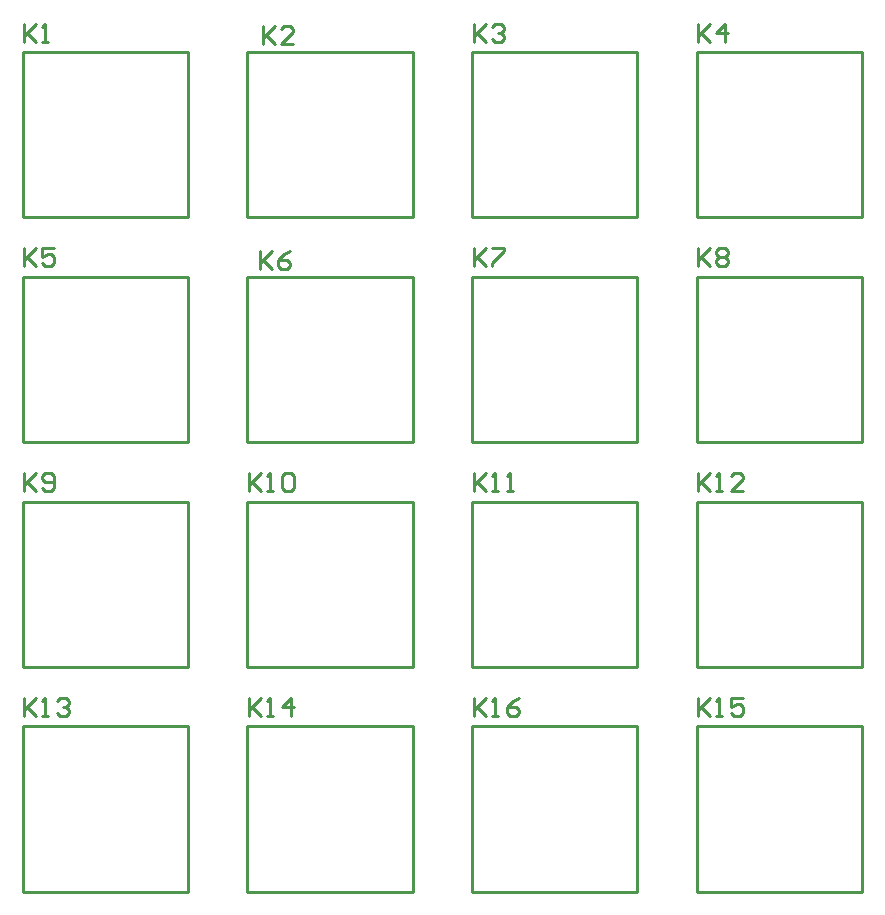
<source format=gbr>
%TF.GenerationSoftware,Altium Limited,Altium Designer,20.1.12 (249)*%
G04 Layer_Color=65535*
%FSLAX26Y26*%
%MOIN*%
%TF.SameCoordinates,D75832AC-A100-412D-90FB-EBA7F01B91C8*%
%TF.FilePolarity,Positive*%
%TF.FileFunction,Legend,Top*%
%TF.Part,Single*%
G01*
G75*
%TA.AperFunction,NonConductor*%
%ADD19C,0.010000*%
G36*
X62579Y58150D02*
D01*
D02*
G37*
G36*
Y807362D02*
D01*
D02*
G37*
G36*
X811791Y58150D02*
D01*
D02*
G37*
G36*
X811791Y807362D02*
D01*
D02*
G37*
G36*
X1561004Y58150D02*
D01*
D02*
G37*
G36*
X2310216D02*
D01*
D02*
G37*
G36*
X1561014Y807362D02*
D01*
D02*
G37*
G36*
X2310216Y807362D02*
D01*
D02*
G37*
G36*
X62579Y1556575D02*
D01*
D02*
G37*
G36*
X62586Y2305791D02*
D01*
D02*
G37*
G36*
X811791Y1556575D02*
D01*
D02*
G37*
G36*
X811798Y2305791D02*
D01*
D02*
G37*
G36*
X1561014Y1556575D02*
D01*
D02*
G37*
G36*
X2310216Y1556575D02*
D01*
D02*
G37*
G36*
X1561004Y2305787D02*
D01*
D02*
G37*
G36*
X2310216Y2305787D02*
D01*
D02*
G37*
D19*
X1362972Y1556575D02*
Y2107756D01*
X811791D02*
X1362972D01*
X811791Y1556575D02*
X1362972D01*
X811791D02*
Y2107756D01*
X2112185Y2305787D02*
Y2856968D01*
X1561004D02*
X2112185D01*
X1561004Y2305787D02*
X2112185D01*
X1561004D02*
Y2856968D01*
X1362979Y2305791D02*
Y2856972D01*
X811798D02*
X1362979D01*
X811798Y2305791D02*
X1362979D01*
X811798D02*
Y2856972D01*
X613760Y58150D02*
Y609331D01*
X62579D02*
X613760D01*
X62579Y58150D02*
X613760D01*
X62579D02*
Y609331D01*
X1362972Y58150D02*
Y609331D01*
X811791D02*
X1362972D01*
X811791Y58150D02*
X1362972D01*
X811791D02*
Y609331D01*
X2112185Y58150D02*
Y609331D01*
X1561004D02*
X2112185D01*
X1561004Y58150D02*
X2112185D01*
X1561004D02*
Y609331D01*
X2861398Y58150D02*
Y609331D01*
X2310216D02*
X2861398D01*
X2310216Y58150D02*
X2861398D01*
X2310216D02*
Y609331D01*
X2112195Y807362D02*
Y1358543D01*
X1561014D02*
X2112195D01*
X1561014Y807362D02*
X2112195D01*
X1561014D02*
Y1358543D01*
X613760Y807362D02*
Y1358543D01*
X62579D02*
X613760D01*
X62579Y807362D02*
X613760D01*
X62579D02*
Y1358543D01*
X1362973Y807362D02*
Y1358543D01*
X811791D02*
X1362973D01*
X811791Y807362D02*
X1362973D01*
X811791D02*
Y1358543D01*
X2861398Y807362D02*
Y1358543D01*
X2310216D02*
X2861398D01*
X2310216Y807362D02*
X2861398D01*
X2310216D02*
Y1358543D01*
X613760Y1556575D02*
Y2107756D01*
X62579D02*
X613760D01*
X62579Y1556575D02*
X613760D01*
X62579D02*
Y2107756D01*
X2112195Y1556575D02*
Y2107756D01*
X1561014D02*
X2112195D01*
X1561014Y1556575D02*
X2112195D01*
X1561014D02*
Y2107756D01*
X2861398Y1556575D02*
Y2107756D01*
X2310216D02*
X2861398D01*
X2310216Y1556575D02*
X2861398D01*
X2310216D02*
Y2107756D01*
X613767Y2305791D02*
Y2856972D01*
X62586D02*
X613767D01*
X62586Y2305791D02*
X613767D01*
X62586D02*
Y2856972D01*
X2861398Y2305787D02*
Y2856968D01*
X2310216D02*
X2861398D01*
X2310216Y2305787D02*
X2861398D01*
X2310216D02*
Y2856968D01*
X1565965Y704276D02*
Y644296D01*
Y664289D01*
X1605952Y704276D01*
X1575961Y674286D01*
X1605952Y644296D01*
X1625945D02*
X1645939D01*
X1635942D01*
Y704276D01*
X1625945Y694279D01*
X1715916Y704276D02*
X1695923Y694279D01*
X1675929Y674286D01*
Y654292D01*
X1685926Y644296D01*
X1705919D01*
X1715916Y654292D01*
Y664289D01*
X1705919Y674286D01*
X1675929D01*
X2314927Y704276D02*
Y644296D01*
Y664289D01*
X2354914Y704276D01*
X2324924Y674286D01*
X2354914Y644296D01*
X2374908D02*
X2394901D01*
X2384904D01*
Y704276D01*
X2374908Y694279D01*
X2464878Y704276D02*
X2424891D01*
Y674286D01*
X2444885Y684283D01*
X2454882D01*
X2464878Y674286D01*
Y654292D01*
X2454882Y644296D01*
X2434888D01*
X2424891Y654292D01*
X816987Y704276D02*
Y644296D01*
Y664289D01*
X856974Y704276D01*
X826984Y674286D01*
X856974Y644296D01*
X876967D02*
X896961D01*
X886964D01*
Y704276D01*
X876967Y694279D01*
X956941Y644296D02*
Y704276D01*
X926951Y674286D01*
X966938D01*
X68024Y704276D02*
Y644296D01*
Y664289D01*
X108011Y704276D01*
X78021Y674286D01*
X108011Y644296D01*
X128005D02*
X147999D01*
X138002D01*
Y704276D01*
X128005Y694279D01*
X177989D02*
X187986Y704276D01*
X207979D01*
X217976Y694279D01*
Y684283D01*
X207979Y674286D01*
X197982D01*
X207979D01*
X217976Y664289D01*
Y654293D01*
X207979Y644296D01*
X187986D01*
X177989Y654293D01*
X2314957Y1453489D02*
Y1393508D01*
Y1413502D01*
X2354944Y1453489D01*
X2324954Y1423498D01*
X2354944Y1393508D01*
X2374938D02*
X2394931D01*
X2384935D01*
Y1453489D01*
X2374938Y1443492D01*
X2464909Y1393508D02*
X2424922D01*
X2464909Y1433495D01*
Y1443492D01*
X2454912Y1453489D01*
X2434918D01*
X2424922Y1443492D01*
X1566005Y1453489D02*
Y1393508D01*
Y1413502D01*
X1605993Y1453489D01*
X1576002Y1423499D01*
X1605993Y1393508D01*
X1625986D02*
X1645979D01*
X1635983D01*
Y1453489D01*
X1625986Y1443492D01*
X1675970Y1393508D02*
X1695963D01*
X1685967D01*
Y1453489D01*
X1675970Y1443492D01*
X817033Y1453489D02*
Y1393508D01*
Y1413502D01*
X857020Y1453489D01*
X827029Y1423499D01*
X857020Y1393508D01*
X877013D02*
X897007D01*
X887010D01*
Y1453489D01*
X877013Y1443492D01*
X926997D02*
X936994Y1453489D01*
X956987D01*
X966984Y1443492D01*
Y1403505D01*
X956987Y1393508D01*
X936994D01*
X926997Y1403505D01*
Y1443492D01*
X68055Y1453489D02*
Y1393508D01*
Y1413502D01*
X108042Y1453489D01*
X78051Y1423499D01*
X108042Y1393508D01*
X128035Y1403505D02*
X138032Y1393508D01*
X158025D01*
X168022Y1403505D01*
Y1443492D01*
X158025Y1453489D01*
X138032D01*
X128035Y1443492D01*
Y1433495D01*
X138032Y1423499D01*
X168022D01*
X2314972Y2202701D02*
Y2142721D01*
Y2162714D01*
X2354959Y2202701D01*
X2324968Y2172711D01*
X2354959Y2142721D01*
X2374952Y2192705D02*
X2384949Y2202701D01*
X2404942D01*
X2414939Y2192705D01*
Y2182708D01*
X2404942Y2172711D01*
X2414939Y2162714D01*
Y2152718D01*
X2404942Y2142721D01*
X2384949D01*
X2374952Y2152718D01*
Y2162714D01*
X2384949Y2172711D01*
X2374952Y2182708D01*
Y2192705D01*
X2384949Y2172711D02*
X2404942D01*
X1566004Y2202702D02*
Y2142721D01*
Y2162714D01*
X1605991Y2202702D01*
X1576001Y2172711D01*
X1605991Y2142721D01*
X1625985Y2202702D02*
X1665972D01*
Y2192705D01*
X1625985Y2152718D01*
Y2142721D01*
X855528Y2195345D02*
Y2135364D01*
Y2155358D01*
X895515Y2195345D01*
X865525Y2165354D01*
X895515Y2135364D01*
X955496Y2195345D02*
X935502Y2185348D01*
X915509Y2165354D01*
Y2145361D01*
X925505Y2135364D01*
X945499D01*
X955496Y2145361D01*
Y2155358D01*
X945499Y2165354D01*
X915509D01*
X68069Y2202702D02*
Y2142721D01*
Y2162714D01*
X108056Y2202702D01*
X78066Y2172711D01*
X108056Y2142721D01*
X168037Y2202702D02*
X128049D01*
Y2172711D01*
X148043Y2182708D01*
X158040D01*
X168037Y2172711D01*
Y2152718D01*
X158040Y2142721D01*
X138046D01*
X128049Y2152718D01*
X2315002Y2951914D02*
Y2891934D01*
Y2911927D01*
X2354989Y2951914D01*
X2324999Y2921924D01*
X2354989Y2891934D01*
X2404973D02*
Y2951914D01*
X2374982Y2921924D01*
X2414969D01*
X1566039Y2951914D02*
Y2891933D01*
Y2911927D01*
X1606026Y2951914D01*
X1576036Y2921924D01*
X1606026Y2891933D01*
X1626020Y2941917D02*
X1636017Y2951914D01*
X1656010D01*
X1666007Y2941917D01*
Y2931921D01*
X1656010Y2921924D01*
X1646014D01*
X1656010D01*
X1666007Y2911927D01*
Y2901930D01*
X1656010Y2891933D01*
X1636017D01*
X1626020Y2901930D01*
X865370Y2943376D02*
Y2883396D01*
Y2903389D01*
X905358Y2943376D01*
X875367Y2913386D01*
X905358Y2883396D01*
X965338D02*
X925351D01*
X965338Y2923383D01*
Y2933379D01*
X955341Y2943376D01*
X935348D01*
X925351Y2933379D01*
X67106Y2951918D02*
Y2891937D01*
Y2911930D01*
X107093Y2951918D01*
X77103Y2921927D01*
X107093Y2891937D01*
X127087D02*
X147080D01*
X137084D01*
Y2951918D01*
X127087Y2941921D01*
%TF.MD5,086e5c7104065b5a5570d4e48732620d*%
M02*

</source>
